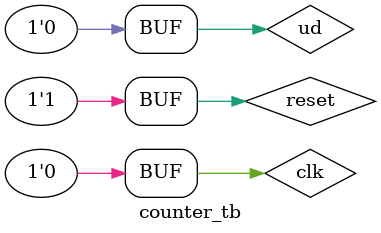
<source format=v>

module counter_tb;
  reg clk,reset,ud;
  wire [7:0] count;
  // instance counter design
   counter dut(clk,reset,ud,count);
  //clock generator
  initial begin clk = 1'b0; repeat(30) #3 clk= ~clk;end
  //insert all the input signal
  initial begin reset=1'b1;#7 reset=1'b0; #35 reset=1'b1;end
  
  initial begin #5 ud=1'b1;#24 ud=1'b0;end
  
  
  //monitor all the input and output ports at times when any inputs changes its state
  initial begin 
    $monitor("time=%0d,reset=%b,ud=%b,count=%d", $time,reset,ud,count);
  end
endmodule :counter_tb

</source>
